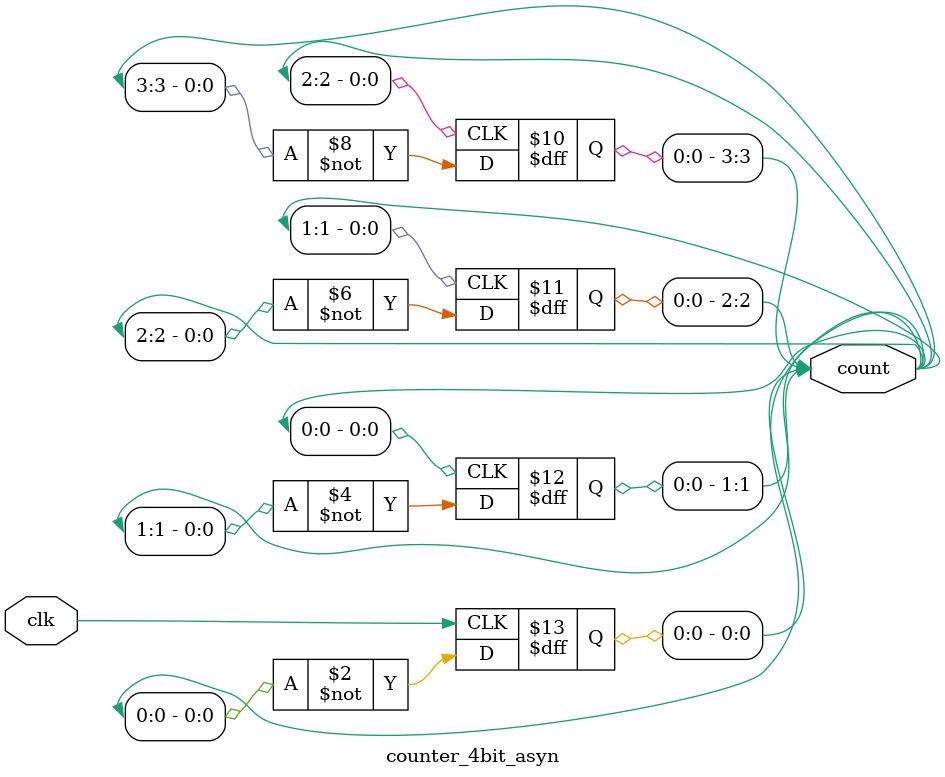
<source format=v>
`timescale 1ns / 1ps

// Dependencies: 
// 
// Revision:
// Revision 0.01 - File Created
// Additional Comments:
// 
//////////////////////////////////////////////////////////////////////////////////


module counter_4bit_asyn(
    input wire clk,
    output reg [3:0] count
    );
    initial count= 4'b0;
    
    always@(negedge clk)
    count[0]<=~count[0];
    
    
    always@(negedge count[0])
    count[1]<=~count[1];
    
    
    always@(negedge count[1])
    count[2]<=~count[2];
    
    
    always@(negedge count[2])
    count[3]<=~count[3];
    
endmodule

</source>
